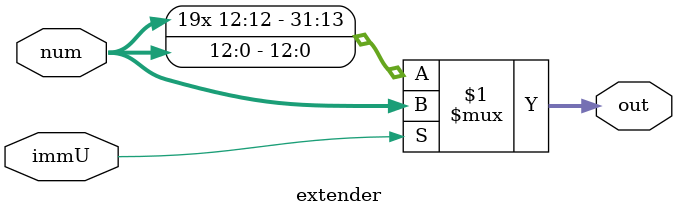
<source format=sv>
`timescale 1ns / 1ps

module extender(
  input logic [31:0]num,
  input logic immU,
  output logic [31:0]out
  );

  assign out = immU ? num : { {20{num[12]}}, num[11:0] };

endmodule


</source>
